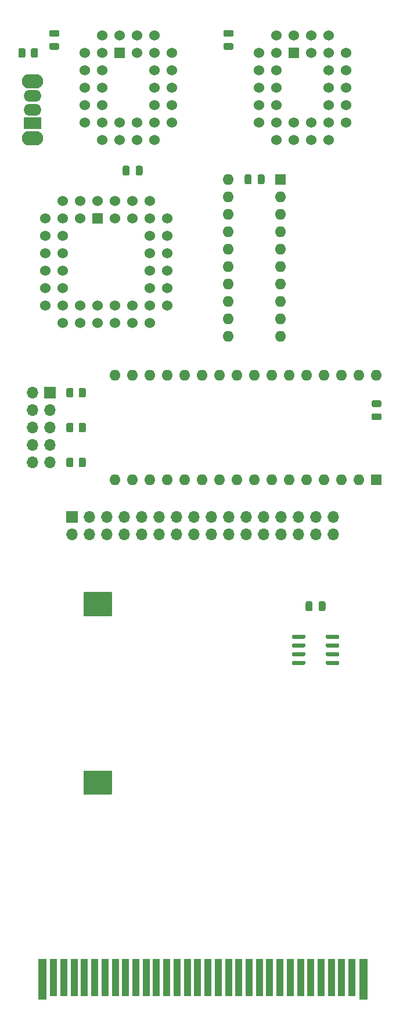
<source format=gts>
%TF.GenerationSoftware,KiCad,Pcbnew,(5.1.10-1-10_14)*%
%TF.CreationDate,2023-03-27T18:59:27+08:00*%
%TF.ProjectId,GB_MemoryBackup_Mainboard,47425f4d-656d-46f7-9279-4261636b7570,1.4*%
%TF.SameCoordinates,Original*%
%TF.FileFunction,Soldermask,Top*%
%TF.FilePolarity,Negative*%
%FSLAX46Y46*%
G04 Gerber Fmt 4.6, Leading zero omitted, Abs format (unit mm)*
G04 Created by KiCad (PCBNEW (5.1.10-1-10_14)) date 2023-03-27 18:59:27*
%MOMM*%
%LPD*%
G01*
G04 APERTURE LIST*
%ADD10O,1.700000X1.700000*%
%ADD11R,1.700000X1.700000*%
%ADD12O,1.600000X1.600000*%
%ADD13R,1.600000X1.600000*%
%ADD14C,1.524400*%
%ADD15R,1.300000X6.000000*%
%ADD16R,1.000000X5.500000*%
%ADD17O,3.102000X2.102000*%
%ADD18O,2.602000X1.702000*%
G04 APERTURE END LIST*
D10*
%TO.C,J4*%
X108650000Y-86660000D03*
X108650000Y-84120000D03*
X106110000Y-86660000D03*
X106110000Y-84120000D03*
X103570000Y-86660000D03*
X103570000Y-84120000D03*
X101030000Y-86660000D03*
X101030000Y-84120000D03*
X98490000Y-86660000D03*
X98490000Y-84120000D03*
X95950000Y-86660000D03*
X95950000Y-84120000D03*
X93410000Y-86660000D03*
X93410000Y-84120000D03*
X90870000Y-86660000D03*
X90870000Y-84120000D03*
X88330000Y-86660000D03*
X88330000Y-84120000D03*
X85790000Y-86660000D03*
X85790000Y-84120000D03*
X83250000Y-86660000D03*
X83250000Y-84120000D03*
X80710000Y-86660000D03*
X80710000Y-84120000D03*
X78170000Y-86660000D03*
X78170000Y-84120000D03*
X75630000Y-86660000D03*
X75630000Y-84120000D03*
X73090000Y-86660000D03*
X73090000Y-84120000D03*
X70550000Y-86660000D03*
D11*
X70550000Y-84120000D03*
%TD*%
D12*
%TO.C,U7*%
X93345000Y-34925000D03*
X100965000Y-57785000D03*
X93345000Y-37465000D03*
X100965000Y-55245000D03*
X93345000Y-40005000D03*
X100965000Y-52705000D03*
X93345000Y-42545000D03*
X100965000Y-50165000D03*
X93345000Y-45085000D03*
X100965000Y-47625000D03*
X93345000Y-47625000D03*
X100965000Y-45085000D03*
X93345000Y-50165000D03*
X100965000Y-42545000D03*
X93345000Y-52705000D03*
X100965000Y-40005000D03*
X93345000Y-55245000D03*
X100965000Y-37465000D03*
X93345000Y-57785000D03*
D13*
X100965000Y-34925000D03*
%TD*%
%TO.C,U5*%
G36*
G01*
X107545000Y-101750000D02*
X107545000Y-101450000D01*
G75*
G02*
X107695000Y-101300000I150000J0D01*
G01*
X109345000Y-101300000D01*
G75*
G02*
X109495000Y-101450000I0J-150000D01*
G01*
X109495000Y-101750000D01*
G75*
G02*
X109345000Y-101900000I-150000J0D01*
G01*
X107695000Y-101900000D01*
G75*
G02*
X107545000Y-101750000I0J150000D01*
G01*
G37*
G36*
G01*
X107545000Y-103020000D02*
X107545000Y-102720000D01*
G75*
G02*
X107695000Y-102570000I150000J0D01*
G01*
X109345000Y-102570000D01*
G75*
G02*
X109495000Y-102720000I0J-150000D01*
G01*
X109495000Y-103020000D01*
G75*
G02*
X109345000Y-103170000I-150000J0D01*
G01*
X107695000Y-103170000D01*
G75*
G02*
X107545000Y-103020000I0J150000D01*
G01*
G37*
G36*
G01*
X107545000Y-104290000D02*
X107545000Y-103990000D01*
G75*
G02*
X107695000Y-103840000I150000J0D01*
G01*
X109345000Y-103840000D01*
G75*
G02*
X109495000Y-103990000I0J-150000D01*
G01*
X109495000Y-104290000D01*
G75*
G02*
X109345000Y-104440000I-150000J0D01*
G01*
X107695000Y-104440000D01*
G75*
G02*
X107545000Y-104290000I0J150000D01*
G01*
G37*
G36*
G01*
X107545000Y-105560000D02*
X107545000Y-105260000D01*
G75*
G02*
X107695000Y-105110000I150000J0D01*
G01*
X109345000Y-105110000D01*
G75*
G02*
X109495000Y-105260000I0J-150000D01*
G01*
X109495000Y-105560000D01*
G75*
G02*
X109345000Y-105710000I-150000J0D01*
G01*
X107695000Y-105710000D01*
G75*
G02*
X107545000Y-105560000I0J150000D01*
G01*
G37*
G36*
G01*
X102595000Y-105560000D02*
X102595000Y-105260000D01*
G75*
G02*
X102745000Y-105110000I150000J0D01*
G01*
X104395000Y-105110000D01*
G75*
G02*
X104545000Y-105260000I0J-150000D01*
G01*
X104545000Y-105560000D01*
G75*
G02*
X104395000Y-105710000I-150000J0D01*
G01*
X102745000Y-105710000D01*
G75*
G02*
X102595000Y-105560000I0J150000D01*
G01*
G37*
G36*
G01*
X102595000Y-104290000D02*
X102595000Y-103990000D01*
G75*
G02*
X102745000Y-103840000I150000J0D01*
G01*
X104395000Y-103840000D01*
G75*
G02*
X104545000Y-103990000I0J-150000D01*
G01*
X104545000Y-104290000D01*
G75*
G02*
X104395000Y-104440000I-150000J0D01*
G01*
X102745000Y-104440000D01*
G75*
G02*
X102595000Y-104290000I0J150000D01*
G01*
G37*
G36*
G01*
X102595000Y-103020000D02*
X102595000Y-102720000D01*
G75*
G02*
X102745000Y-102570000I150000J0D01*
G01*
X104395000Y-102570000D01*
G75*
G02*
X104545000Y-102720000I0J-150000D01*
G01*
X104545000Y-103020000D01*
G75*
G02*
X104395000Y-103170000I-150000J0D01*
G01*
X102745000Y-103170000D01*
G75*
G02*
X102595000Y-103020000I0J150000D01*
G01*
G37*
G36*
G01*
X102595000Y-101750000D02*
X102595000Y-101450000D01*
G75*
G02*
X102745000Y-101300000I150000J0D01*
G01*
X104395000Y-101300000D01*
G75*
G02*
X104545000Y-101450000I0J-150000D01*
G01*
X104545000Y-101750000D01*
G75*
G02*
X104395000Y-101900000I-150000J0D01*
G01*
X102745000Y-101900000D01*
G75*
G02*
X102595000Y-101750000I0J150000D01*
G01*
G37*
%TD*%
D12*
%TO.C,U4*%
X114935000Y-63500000D03*
X76835000Y-78740000D03*
X112395000Y-63500000D03*
X79375000Y-78740000D03*
X109855000Y-63500000D03*
X81915000Y-78740000D03*
X107315000Y-63500000D03*
X84455000Y-78740000D03*
X104775000Y-63500000D03*
X86995000Y-78740000D03*
X102235000Y-63500000D03*
X89535000Y-78740000D03*
X99695000Y-63500000D03*
X92075000Y-78740000D03*
X97155000Y-63500000D03*
X94615000Y-78740000D03*
X94615000Y-63500000D03*
X97155000Y-78740000D03*
X92075000Y-63500000D03*
X99695000Y-78740000D03*
X89535000Y-63500000D03*
X102235000Y-78740000D03*
X86995000Y-63500000D03*
X104775000Y-78740000D03*
X84455000Y-63500000D03*
X107315000Y-78740000D03*
X81915000Y-63500000D03*
X109855000Y-78740000D03*
X79375000Y-63500000D03*
X112395000Y-78740000D03*
X76835000Y-63500000D03*
D13*
X114935000Y-78740000D03*
%TD*%
D14*
%TO.C,U3*%
X66675000Y-40640000D03*
X66675000Y-43180000D03*
X66675000Y-45720000D03*
X66675000Y-48260000D03*
X66675000Y-50800000D03*
X69215000Y-38100000D03*
X69215000Y-43180000D03*
X69215000Y-45720000D03*
X69215000Y-48260000D03*
X69215000Y-50800000D03*
X69215000Y-53340000D03*
X69215000Y-55880000D03*
X71755000Y-55880000D03*
X74295000Y-55880000D03*
X76835000Y-55880000D03*
X79375000Y-55880000D03*
X81915000Y-55880000D03*
X66675000Y-53340000D03*
X71755000Y-53340000D03*
X74295000Y-53340000D03*
X76835000Y-53340000D03*
X79375000Y-53340000D03*
X81915000Y-53340000D03*
X84455000Y-53340000D03*
X84455000Y-50800000D03*
X84455000Y-48260000D03*
X84455000Y-45720000D03*
X84455000Y-43180000D03*
X84455000Y-40640000D03*
X81915000Y-50800000D03*
X81915000Y-48260000D03*
X81915000Y-45720000D03*
X81915000Y-43180000D03*
X81915000Y-40640000D03*
X71755000Y-38100000D03*
X74295000Y-38100000D03*
X81915000Y-38100000D03*
X79375000Y-38100000D03*
X76835000Y-38100000D03*
X69215000Y-40640000D03*
X71755000Y-40640000D03*
X79375000Y-40640000D03*
X76835000Y-40640000D03*
G36*
G01*
X75057200Y-39928800D02*
X75057200Y-41351200D01*
G75*
G02*
X75006200Y-41402200I-51000J0D01*
G01*
X73583800Y-41402200D01*
G75*
G02*
X73532800Y-41351200I0J51000D01*
G01*
X73532800Y-39928800D01*
G75*
G02*
X73583800Y-39877800I51000J0D01*
G01*
X75006200Y-39877800D01*
G75*
G02*
X75057200Y-39928800I0J-51000D01*
G01*
G37*
%TD*%
%TO.C,U2*%
X72390000Y-16510000D03*
X72390000Y-19050000D03*
X72390000Y-21590000D03*
X72390000Y-24130000D03*
X74930000Y-19050000D03*
X74930000Y-21590000D03*
X74930000Y-24130000D03*
X74930000Y-26670000D03*
X74930000Y-29210000D03*
X77470000Y-29210000D03*
X80010000Y-29210000D03*
X82550000Y-29210000D03*
X72390000Y-26670000D03*
X77470000Y-26670000D03*
X80010000Y-26670000D03*
X82550000Y-26670000D03*
X85090000Y-26670000D03*
X85090000Y-24130000D03*
X85090000Y-21590000D03*
X85090000Y-19050000D03*
X85090000Y-16510000D03*
X82550000Y-24130000D03*
X82550000Y-21590000D03*
X82550000Y-19050000D03*
X82550000Y-16510000D03*
X74930000Y-13970000D03*
X77470000Y-13970000D03*
X82550000Y-13970000D03*
X80010000Y-13970000D03*
X74930000Y-16510000D03*
X80010000Y-16510000D03*
G36*
G01*
X78232200Y-15798800D02*
X78232200Y-17221200D01*
G75*
G02*
X78181200Y-17272200I-51000J0D01*
G01*
X76758800Y-17272200D01*
G75*
G02*
X76707800Y-17221200I0J51000D01*
G01*
X76707800Y-15798800D01*
G75*
G02*
X76758800Y-15747800I51000J0D01*
G01*
X78181200Y-15747800D01*
G75*
G02*
X78232200Y-15798800I0J-51000D01*
G01*
G37*
%TD*%
%TO.C,U1*%
X97790000Y-16510000D03*
X97790000Y-19050000D03*
X97790000Y-21590000D03*
X97790000Y-24130000D03*
X100330000Y-19050000D03*
X100330000Y-21590000D03*
X100330000Y-24130000D03*
X100330000Y-26670000D03*
X100330000Y-29210000D03*
X102870000Y-29210000D03*
X105410000Y-29210000D03*
X107950000Y-29210000D03*
X97790000Y-26670000D03*
X102870000Y-26670000D03*
X105410000Y-26670000D03*
X107950000Y-26670000D03*
X110490000Y-26670000D03*
X110490000Y-24130000D03*
X110490000Y-21590000D03*
X110490000Y-19050000D03*
X110490000Y-16510000D03*
X107950000Y-24130000D03*
X107950000Y-21590000D03*
X107950000Y-19050000D03*
X107950000Y-16510000D03*
X100330000Y-13970000D03*
X102870000Y-13970000D03*
X107950000Y-13970000D03*
X105410000Y-13970000D03*
X100330000Y-16510000D03*
X105410000Y-16510000D03*
G36*
G01*
X103632200Y-15798800D02*
X103632200Y-17221200D01*
G75*
G02*
X103581200Y-17272200I-51000J0D01*
G01*
X102158800Y-17272200D01*
G75*
G02*
X102107800Y-17221200I0J51000D01*
G01*
X102107800Y-15798800D01*
G75*
G02*
X102158800Y-15747800I51000J0D01*
G01*
X103581200Y-15747800D01*
G75*
G02*
X103632200Y-15798800I0J-51000D01*
G01*
G37*
%TD*%
%TO.C,C7*%
G36*
G01*
X96705000Y-34450000D02*
X96705000Y-35400000D01*
G75*
G02*
X96455000Y-35650000I-250000J0D01*
G01*
X95955000Y-35650000D01*
G75*
G02*
X95705000Y-35400000I0J250000D01*
G01*
X95705000Y-34450000D01*
G75*
G02*
X95955000Y-34200000I250000J0D01*
G01*
X96455000Y-34200000D01*
G75*
G02*
X96705000Y-34450000I0J-250000D01*
G01*
G37*
G36*
G01*
X98605000Y-34450000D02*
X98605000Y-35400000D01*
G75*
G02*
X98355000Y-35650000I-250000J0D01*
G01*
X97855000Y-35650000D01*
G75*
G02*
X97605000Y-35400000I0J250000D01*
G01*
X97605000Y-34450000D01*
G75*
G02*
X97855000Y-34200000I250000J0D01*
G01*
X98355000Y-34200000D01*
G75*
G02*
X98605000Y-34450000I0J-250000D01*
G01*
G37*
%TD*%
%TO.C,C5*%
G36*
G01*
X106495000Y-97630000D02*
X106495000Y-96680000D01*
G75*
G02*
X106745000Y-96430000I250000J0D01*
G01*
X107245000Y-96430000D01*
G75*
G02*
X107495000Y-96680000I0J-250000D01*
G01*
X107495000Y-97630000D01*
G75*
G02*
X107245000Y-97880000I-250000J0D01*
G01*
X106745000Y-97880000D01*
G75*
G02*
X106495000Y-97630000I0J250000D01*
G01*
G37*
G36*
G01*
X104595000Y-97630000D02*
X104595000Y-96680000D01*
G75*
G02*
X104845000Y-96430000I250000J0D01*
G01*
X105345000Y-96430000D01*
G75*
G02*
X105595000Y-96680000I0J-250000D01*
G01*
X105595000Y-97630000D01*
G75*
G02*
X105345000Y-97880000I-250000J0D01*
G01*
X104845000Y-97880000D01*
G75*
G02*
X104595000Y-97630000I0J250000D01*
G01*
G37*
%TD*%
%TO.C,C4*%
G36*
G01*
X115410000Y-68130000D02*
X114460000Y-68130000D01*
G75*
G02*
X114210000Y-67880000I0J250000D01*
G01*
X114210000Y-67380000D01*
G75*
G02*
X114460000Y-67130000I250000J0D01*
G01*
X115410000Y-67130000D01*
G75*
G02*
X115660000Y-67380000I0J-250000D01*
G01*
X115660000Y-67880000D01*
G75*
G02*
X115410000Y-68130000I-250000J0D01*
G01*
G37*
G36*
G01*
X115410000Y-70030000D02*
X114460000Y-70030000D01*
G75*
G02*
X114210000Y-69780000I0J250000D01*
G01*
X114210000Y-69280000D01*
G75*
G02*
X114460000Y-69030000I250000J0D01*
G01*
X115410000Y-69030000D01*
G75*
G02*
X115660000Y-69280000I0J-250000D01*
G01*
X115660000Y-69780000D01*
G75*
G02*
X115410000Y-70030000I-250000J0D01*
G01*
G37*
%TD*%
%TO.C,BT1*%
G36*
G01*
X72295000Y-95104000D02*
X76295000Y-95104000D01*
G75*
G02*
X76346000Y-95155000I0J-51000D01*
G01*
X76346000Y-98555000D01*
G75*
G02*
X76295000Y-98606000I-51000J0D01*
G01*
X72295000Y-98606000D01*
G75*
G02*
X72244000Y-98555000I0J51000D01*
G01*
X72244000Y-95155000D01*
G75*
G02*
X72295000Y-95104000I51000J0D01*
G01*
G37*
G36*
G01*
X72295000Y-121104000D02*
X76295000Y-121104000D01*
G75*
G02*
X76346000Y-121155000I0J-51000D01*
G01*
X76346000Y-124555000D01*
G75*
G02*
X76295000Y-124606000I-51000J0D01*
G01*
X72295000Y-124606000D01*
G75*
G02*
X72244000Y-124555000I0J51000D01*
G01*
X72244000Y-121155000D01*
G75*
G02*
X72295000Y-121104000I51000J0D01*
G01*
G37*
%TD*%
D15*
%TO.C,J1*%
X113000000Y-151500000D03*
D16*
X111350000Y-151250000D03*
X109850000Y-151250000D03*
X108350000Y-151250000D03*
X106850000Y-151250000D03*
X105350000Y-151250000D03*
X103850000Y-151250000D03*
X102350000Y-151250000D03*
X100850000Y-151250000D03*
X99350000Y-151250000D03*
X97850000Y-151250000D03*
X96350000Y-151250000D03*
X94850000Y-151250000D03*
X93350000Y-151250000D03*
X91850000Y-151250000D03*
X90350000Y-151250000D03*
X88850000Y-151250000D03*
X87350000Y-151250000D03*
X85850000Y-151250000D03*
X84350000Y-151250000D03*
X82850000Y-151250000D03*
X81350000Y-151250000D03*
X79850000Y-151250000D03*
X78350000Y-151250000D03*
X76850000Y-151250000D03*
X75350000Y-151250000D03*
X73850000Y-151250000D03*
X72350000Y-151250000D03*
X70850000Y-151250000D03*
X69350000Y-151250000D03*
X67850000Y-151250000D03*
D15*
X66200000Y-151500000D03*
%TD*%
D17*
%TO.C,SW1*%
X64770000Y-20615000D03*
X64770000Y-28915000D03*
D18*
X64770000Y-22765000D03*
X64770000Y-24765000D03*
G36*
G01*
X66020000Y-27616000D02*
X63520000Y-27616000D01*
G75*
G02*
X63469000Y-27565000I0J51000D01*
G01*
X63469000Y-25965000D01*
G75*
G02*
X63520000Y-25914000I51000J0D01*
G01*
X66020000Y-25914000D01*
G75*
G02*
X66071000Y-25965000I0J-51000D01*
G01*
X66071000Y-27565000D01*
G75*
G02*
X66020000Y-27616000I-51000J0D01*
G01*
G37*
%TD*%
%TO.C,R13*%
G36*
G01*
X70720000Y-65589998D02*
X70720000Y-66490002D01*
G75*
G02*
X70470002Y-66740000I-249998J0D01*
G01*
X69944998Y-66740000D01*
G75*
G02*
X69695000Y-66490002I0J249998D01*
G01*
X69695000Y-65589998D01*
G75*
G02*
X69944998Y-65340000I249998J0D01*
G01*
X70470002Y-65340000D01*
G75*
G02*
X70720000Y-65589998I0J-249998D01*
G01*
G37*
G36*
G01*
X72545000Y-65589998D02*
X72545000Y-66490002D01*
G75*
G02*
X72295002Y-66740000I-249998J0D01*
G01*
X71769998Y-66740000D01*
G75*
G02*
X71520000Y-66490002I0J249998D01*
G01*
X71520000Y-65589998D01*
G75*
G02*
X71769998Y-65340000I249998J0D01*
G01*
X72295002Y-65340000D01*
G75*
G02*
X72545000Y-65589998I0J-249998D01*
G01*
G37*
%TD*%
%TO.C,R12*%
G36*
G01*
X70720000Y-75749998D02*
X70720000Y-76650002D01*
G75*
G02*
X70470002Y-76900000I-249998J0D01*
G01*
X69944998Y-76900000D01*
G75*
G02*
X69695000Y-76650002I0J249998D01*
G01*
X69695000Y-75749998D01*
G75*
G02*
X69944998Y-75500000I249998J0D01*
G01*
X70470002Y-75500000D01*
G75*
G02*
X70720000Y-75749998I0J-249998D01*
G01*
G37*
G36*
G01*
X72545000Y-75749998D02*
X72545000Y-76650002D01*
G75*
G02*
X72295002Y-76900000I-249998J0D01*
G01*
X71769998Y-76900000D01*
G75*
G02*
X71520000Y-76650002I0J249998D01*
G01*
X71520000Y-75749998D01*
G75*
G02*
X71769998Y-75500000I249998J0D01*
G01*
X72295002Y-75500000D01*
G75*
G02*
X72545000Y-75749998I0J-249998D01*
G01*
G37*
%TD*%
%TO.C,R11*%
G36*
G01*
X70720000Y-70669998D02*
X70720000Y-71570002D01*
G75*
G02*
X70470002Y-71820000I-249998J0D01*
G01*
X69944998Y-71820000D01*
G75*
G02*
X69695000Y-71570002I0J249998D01*
G01*
X69695000Y-70669998D01*
G75*
G02*
X69944998Y-70420000I249998J0D01*
G01*
X70470002Y-70420000D01*
G75*
G02*
X70720000Y-70669998I0J-249998D01*
G01*
G37*
G36*
G01*
X72545000Y-70669998D02*
X72545000Y-71570002D01*
G75*
G02*
X72295002Y-71820000I-249998J0D01*
G01*
X71769998Y-71820000D01*
G75*
G02*
X71520000Y-71570002I0J249998D01*
G01*
X71520000Y-70669998D01*
G75*
G02*
X71769998Y-70420000I249998J0D01*
G01*
X72295002Y-70420000D01*
G75*
G02*
X72545000Y-70669998I0J-249998D01*
G01*
G37*
%TD*%
%TO.C,R1*%
G36*
G01*
X64535000Y-16960002D02*
X64535000Y-16059998D01*
G75*
G02*
X64784998Y-15810000I249998J0D01*
G01*
X65310002Y-15810000D01*
G75*
G02*
X65560000Y-16059998I0J-249998D01*
G01*
X65560000Y-16960002D01*
G75*
G02*
X65310002Y-17210000I-249998J0D01*
G01*
X64784998Y-17210000D01*
G75*
G02*
X64535000Y-16960002I0J249998D01*
G01*
G37*
G36*
G01*
X62710000Y-16960002D02*
X62710000Y-16059998D01*
G75*
G02*
X62959998Y-15810000I249998J0D01*
G01*
X63485002Y-15810000D01*
G75*
G02*
X63735000Y-16059998I0J-249998D01*
G01*
X63735000Y-16960002D01*
G75*
G02*
X63485002Y-17210000I-249998J0D01*
G01*
X62959998Y-17210000D01*
G75*
G02*
X62710000Y-16960002I0J249998D01*
G01*
G37*
%TD*%
D11*
%TO.C,J3*%
X67310000Y-66040000D03*
D10*
X64770000Y-66040000D03*
X67310000Y-68580000D03*
X64770000Y-68580000D03*
X67310000Y-71120000D03*
X64770000Y-71120000D03*
X67310000Y-73660000D03*
X64770000Y-73660000D03*
X67310000Y-76200000D03*
X64770000Y-76200000D03*
%TD*%
%TO.C,C3*%
G36*
G01*
X78925000Y-33180000D02*
X78925000Y-34130000D01*
G75*
G02*
X78675000Y-34380000I-250000J0D01*
G01*
X78175000Y-34380000D01*
G75*
G02*
X77925000Y-34130000I0J250000D01*
G01*
X77925000Y-33180000D01*
G75*
G02*
X78175000Y-32930000I250000J0D01*
G01*
X78675000Y-32930000D01*
G75*
G02*
X78925000Y-33180000I0J-250000D01*
G01*
G37*
G36*
G01*
X80825000Y-33180000D02*
X80825000Y-34130000D01*
G75*
G02*
X80575000Y-34380000I-250000J0D01*
G01*
X80075000Y-34380000D01*
G75*
G02*
X79825000Y-34130000I0J250000D01*
G01*
X79825000Y-33180000D01*
G75*
G02*
X80075000Y-32930000I250000J0D01*
G01*
X80575000Y-32930000D01*
G75*
G02*
X80825000Y-33180000I0J-250000D01*
G01*
G37*
%TD*%
%TO.C,C2*%
G36*
G01*
X68420000Y-14155000D02*
X67470000Y-14155000D01*
G75*
G02*
X67220000Y-13905000I0J250000D01*
G01*
X67220000Y-13405000D01*
G75*
G02*
X67470000Y-13155000I250000J0D01*
G01*
X68420000Y-13155000D01*
G75*
G02*
X68670000Y-13405000I0J-250000D01*
G01*
X68670000Y-13905000D01*
G75*
G02*
X68420000Y-14155000I-250000J0D01*
G01*
G37*
G36*
G01*
X68420000Y-16055000D02*
X67470000Y-16055000D01*
G75*
G02*
X67220000Y-15805000I0J250000D01*
G01*
X67220000Y-15305000D01*
G75*
G02*
X67470000Y-15055000I250000J0D01*
G01*
X68420000Y-15055000D01*
G75*
G02*
X68670000Y-15305000I0J-250000D01*
G01*
X68670000Y-15805000D01*
G75*
G02*
X68420000Y-16055000I-250000J0D01*
G01*
G37*
%TD*%
%TO.C,C1*%
G36*
G01*
X93820000Y-14155000D02*
X92870000Y-14155000D01*
G75*
G02*
X92620000Y-13905000I0J250000D01*
G01*
X92620000Y-13405000D01*
G75*
G02*
X92870000Y-13155000I250000J0D01*
G01*
X93820000Y-13155000D01*
G75*
G02*
X94070000Y-13405000I0J-250000D01*
G01*
X94070000Y-13905000D01*
G75*
G02*
X93820000Y-14155000I-250000J0D01*
G01*
G37*
G36*
G01*
X93820000Y-16055000D02*
X92870000Y-16055000D01*
G75*
G02*
X92620000Y-15805000I0J250000D01*
G01*
X92620000Y-15305000D01*
G75*
G02*
X92870000Y-15055000I250000J0D01*
G01*
X93820000Y-15055000D01*
G75*
G02*
X94070000Y-15305000I0J-250000D01*
G01*
X94070000Y-15805000D01*
G75*
G02*
X93820000Y-16055000I-250000J0D01*
G01*
G37*
%TD*%
M02*

</source>
